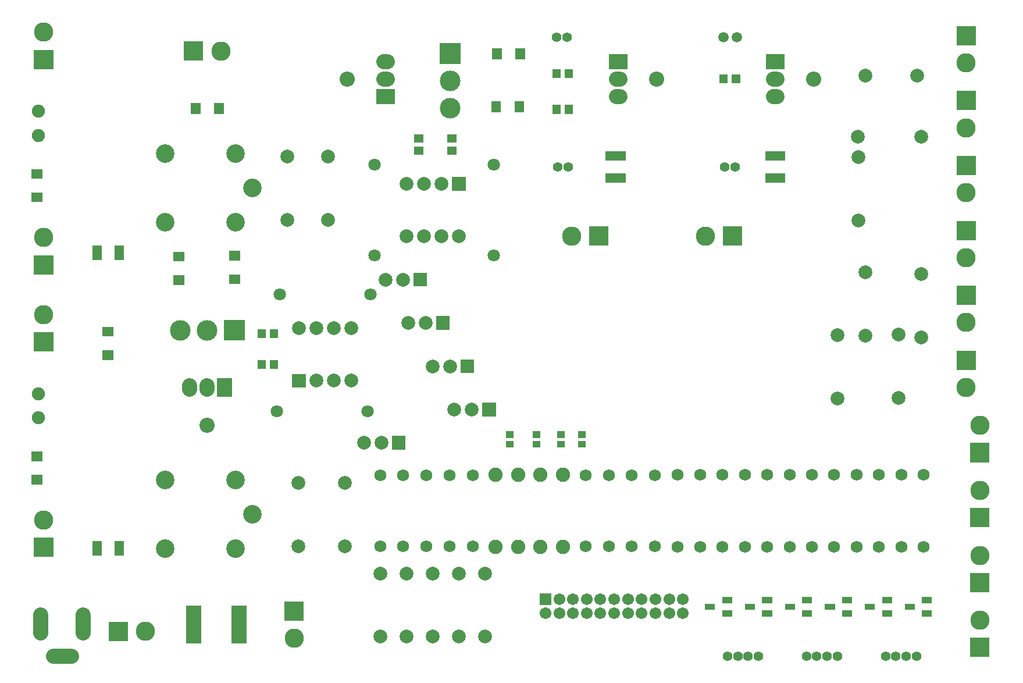
<source format=gts>
G04 Layer: TopSolderMaskLayer*
G04 EasyEDA v6.4.12, 2021-01-10T11:05:15--5:00*
G04 3145a8addab9457ba1f20b0dac4bbc5f,47ca9d6388974ffcabec7368213608ff,10*
G04 Gerber Generator version 0.2*
G04 Scale: 100 percent, Rotated: No, Reflected: No *
G04 Dimensions in inches *
G04 leading zeros omitted , absolute positions ,3 integer and 6 decimal *
%FSLAX36Y36*%
%MOIN*%

%ADD49C,0.0867*%
%ADD51C,0.0552*%
%ADD52C,0.0680*%
%ADD56C,0.0789*%
%ADD60C,0.1104*%
%ADD64C,0.0671*%
%ADD66C,0.0820*%
%ADD67C,0.0710*%
%ADD70C,0.1064*%
%ADD71C,0.0552*%
%ADD73C,0.0592*%
%ADD75C,0.1182*%
%ADD76C,0.0749*%

%LPD*%
D49*
X2150158Y3400599D02*
G01*
X2169841Y3400599D01*
X2150158Y3500599D02*
G01*
X2169841Y3500599D01*
X1137489Y1621446D02*
G01*
X1137489Y1641131D01*
X1037489Y1621446D02*
G01*
X1037489Y1641131D01*
X3502663Y3400610D02*
G01*
X3482978Y3400610D01*
X3502663Y3300610D02*
G01*
X3482978Y3300610D01*
X4402663Y3400610D02*
G01*
X4382978Y3400610D01*
X4402663Y3300610D02*
G01*
X4382978Y3300610D01*
X427040Y328701D02*
G01*
X427040Y226338D01*
X182959Y226338D02*
G01*
X182959Y328701D01*
X360120Y92469D02*
G01*
X257759Y92469D01*
G36*
X4906700Y358000D02*
G01*
X4906700Y393499D01*
X4963900Y393499D01*
X4963900Y358000D01*
G37*
G36*
X5005100Y395399D02*
G01*
X5005100Y430900D01*
X5062299Y430900D01*
X5062299Y395399D01*
G37*
G36*
X5005100Y320599D02*
G01*
X5005100Y356100D01*
X5062299Y356100D01*
X5062299Y320599D01*
G37*
G36*
X5135699Y358000D02*
G01*
X5135699Y393499D01*
X5192900Y393499D01*
X5192900Y358000D01*
G37*
G36*
X5234099Y395399D02*
G01*
X5234099Y430900D01*
X5291300Y430900D01*
X5291300Y395399D01*
G37*
G36*
X5234099Y320599D02*
G01*
X5234099Y356100D01*
X5291300Y356100D01*
X5291300Y320599D01*
G37*
D51*
G01*
X5202129Y93260D03*
G01*
X5143029Y93260D03*
G01*
X5083930Y93260D03*
G01*
X5024930Y93260D03*
D52*
G01*
X4987299Y719059D03*
G01*
X4987299Y1132449D03*
G01*
X4602969Y719059D03*
G01*
X4602969Y1132449D03*
G01*
X5115420Y719059D03*
G01*
X5115420Y1132449D03*
G01*
X5243530Y719070D03*
G01*
X5243530Y1132460D03*
G36*
X2106800Y3257199D02*
G01*
X2106800Y3344000D01*
X2213199Y3344000D01*
X2213199Y3257199D01*
G37*
G36*
X1194099Y1578099D02*
G01*
X1194099Y1684499D01*
X1280900Y1684499D01*
X1280900Y1578099D01*
G37*
D49*
G01*
X1940000Y3400599D03*
G01*
X1137479Y1416289D03*
G36*
X2540600Y2760599D02*
G01*
X2540600Y2839400D01*
X2619399Y2839400D01*
X2619399Y2760599D01*
G37*
D56*
G01*
X2480000Y2800000D03*
G01*
X2380000Y2800000D03*
G01*
X2280000Y2800000D03*
G01*
X2280000Y2500000D03*
G01*
X2380000Y2500000D03*
G01*
X2480000Y2500000D03*
G01*
X2580000Y2500000D03*
G36*
X1623100Y1631799D02*
G01*
X1623100Y1710700D01*
X1701899Y1710700D01*
X1701899Y1631799D01*
G37*
G01*
X1762489Y1671260D03*
G01*
X1862489Y1671260D03*
G01*
X1962489Y1671260D03*
G01*
X1962489Y1971260D03*
G01*
X1862489Y1971260D03*
G01*
X1762489Y1971260D03*
G01*
X1662489Y1971260D03*
G36*
X3439600Y3457199D02*
G01*
X3439600Y3544000D01*
X3546000Y3544000D01*
X3546000Y3457199D01*
G37*
G36*
X4339600Y3457199D02*
G01*
X4339600Y3544000D01*
X4446000Y3544000D01*
X4446000Y3457199D01*
G37*
G01*
X1596040Y2593899D03*
G01*
X1596040Y2956100D03*
G36*
X1042899Y3198400D02*
G01*
X1042899Y3261500D01*
X1098199Y3261500D01*
X1098199Y3198400D01*
G37*
G36*
X1176800Y3198400D02*
G01*
X1176800Y3261500D01*
X1231999Y3261500D01*
X1231999Y3198400D01*
G37*
G36*
X129299Y2694600D02*
G01*
X129299Y2749800D01*
X192500Y2749800D01*
X192500Y2694600D01*
G37*
G36*
X129299Y2828400D02*
G01*
X129299Y2883699D01*
X192500Y2883699D01*
X192500Y2828400D01*
G37*
G36*
X129299Y1076399D02*
G01*
X129299Y1131599D01*
X192500Y1131599D01*
X192500Y1076399D01*
G37*
G36*
X129299Y1210300D02*
G01*
X129299Y1265500D01*
X192500Y1265500D01*
X192500Y1210300D01*
G37*
G36*
X538000Y1790399D02*
G01*
X538000Y1845700D01*
X601100Y1845700D01*
X601100Y1790399D01*
G37*
G36*
X538000Y1924299D02*
G01*
X538000Y1979600D01*
X601100Y1979600D01*
X601100Y1924299D01*
G37*
G01*
X2278530Y567109D03*
G01*
X2278530Y204909D03*
G01*
X1831040Y2593899D03*
G01*
X1831040Y2956100D03*
G01*
X1661170Y723899D03*
G01*
X1661170Y1086100D03*
G01*
X1925000Y723899D03*
G01*
X1925000Y1086100D03*
G01*
X2578530Y567109D03*
G01*
X2578530Y204909D03*
G01*
X2728530Y567109D03*
G01*
X2728530Y204909D03*
G01*
X2128530Y567109D03*
G01*
X2128530Y204909D03*
G01*
X5098530Y1936399D03*
G01*
X5098530Y1574200D03*
G01*
X4748530Y1569659D03*
G01*
X4748530Y1931860D03*
G01*
X4908530Y2291860D03*
G01*
X4908530Y1929659D03*
G01*
X4868530Y2951860D03*
G01*
X4868530Y2589659D03*
G01*
X4867430Y3070760D03*
G01*
X5229629Y3070760D03*
G01*
X5228530Y2281399D03*
G01*
X5228530Y1919200D03*
G01*
X2428530Y567109D03*
G01*
X2428530Y204909D03*
G36*
X571900Y179400D02*
G01*
X571900Y289800D01*
X682199Y289800D01*
X682199Y179400D01*
G37*
D60*
G01*
X782960Y234600D03*
G36*
X1016700Y165300D02*
G01*
X1016700Y381900D01*
X1103400Y381900D01*
X1103400Y165300D01*
G37*
G36*
X1276599Y165300D02*
G01*
X1276599Y381900D01*
X1363299Y381900D01*
X1363299Y165300D01*
G37*
G36*
X3420699Y2805599D02*
G01*
X3420699Y2860799D01*
X3535000Y2860799D01*
X3535000Y2805599D01*
G37*
G36*
X3420699Y2931599D02*
G01*
X3420699Y2986799D01*
X3535000Y2986799D01*
X3535000Y2931599D01*
G37*
G36*
X4335699Y2805599D02*
G01*
X4335699Y2860799D01*
X4450000Y2860799D01*
X4450000Y2805599D01*
G37*
G36*
X4335699Y2931599D02*
G01*
X4335699Y2986799D01*
X4450000Y2986799D01*
X4450000Y2931599D01*
G37*
G36*
X478899Y2363600D02*
G01*
X478899Y2446399D01*
X534200Y2446399D01*
X534200Y2363600D01*
G37*
G36*
X604899Y2363600D02*
G01*
X604899Y2446399D01*
X660100Y2446399D01*
X660100Y2363600D01*
G37*
G36*
X478899Y668600D02*
G01*
X478899Y751399D01*
X534200Y751399D01*
X534200Y668600D01*
G37*
G36*
X604899Y668600D02*
G01*
X604899Y751399D01*
X660100Y751399D01*
X660100Y668600D01*
G37*
D64*
G01*
X3863710Y340630D03*
G01*
X3863710Y419369D03*
G01*
X3784970Y340630D03*
G01*
X3784970Y419369D03*
G01*
X3706229Y340630D03*
G01*
X3706229Y419369D03*
G01*
X3627489Y340630D03*
G01*
X3627489Y419369D03*
G01*
X3548750Y340630D03*
G01*
X3548750Y419369D03*
G01*
X3470010Y340630D03*
G01*
X3470010Y419369D03*
G01*
X3391270Y340630D03*
G01*
X3391270Y419369D03*
G01*
X3312529Y340630D03*
G01*
X3312529Y419369D03*
G01*
X3233789Y340630D03*
G01*
X3233789Y419369D03*
G01*
X3155050Y340630D03*
G01*
X3155050Y419369D03*
G01*
X3076310Y340630D03*
G36*
X3042799Y385799D02*
G01*
X3042799Y452899D01*
X3109799Y452899D01*
X3109799Y385799D01*
G37*
G36*
X4448699Y358000D02*
G01*
X4448699Y393499D01*
X4505900Y393499D01*
X4505900Y358000D01*
G37*
G36*
X4547100Y395399D02*
G01*
X4547100Y430900D01*
X4604300Y430900D01*
X4604300Y395399D01*
G37*
G36*
X4547100Y320599D02*
G01*
X4547100Y356100D01*
X4604300Y356100D01*
X4604300Y320599D01*
G37*
G36*
X4677700Y358000D02*
G01*
X4677700Y393499D01*
X4734899Y393499D01*
X4734899Y358000D01*
G37*
G36*
X4776099Y395399D02*
G01*
X4776099Y430900D01*
X4833299Y430900D01*
X4833299Y395399D01*
G37*
G36*
X4776099Y320599D02*
G01*
X4776099Y356100D01*
X4833299Y356100D01*
X4833299Y320599D01*
G37*
D51*
G01*
X4749629Y93260D03*
G01*
X4690529Y93260D03*
G01*
X4631430Y93260D03*
G01*
X4572430Y93260D03*
D52*
G01*
X4731080Y719059D03*
G01*
X4731080Y1132449D03*
G01*
X4859200Y719059D03*
G01*
X4859200Y1132449D03*
G01*
X3834309Y719059D03*
G01*
X3834309Y1132449D03*
G01*
X4474859Y719059D03*
G01*
X4474859Y1132449D03*
G36*
X3990699Y358000D02*
G01*
X3990699Y393499D01*
X4047899Y393499D01*
X4047899Y358000D01*
G37*
G36*
X4089099Y395399D02*
G01*
X4089099Y430900D01*
X4146300Y430900D01*
X4146300Y395399D01*
G37*
G36*
X4089099Y320599D02*
G01*
X4089099Y356100D01*
X4146300Y356100D01*
X4146300Y320599D01*
G37*
G36*
X4219700Y358000D02*
G01*
X4219700Y393499D01*
X4276899Y393499D01*
X4276899Y358000D01*
G37*
G36*
X4318100Y395399D02*
G01*
X4318100Y430900D01*
X4375299Y430900D01*
X4375299Y395399D01*
G37*
G36*
X4318100Y320599D02*
G01*
X4318100Y356100D01*
X4375299Y356100D01*
X4375299Y320599D01*
G37*
D51*
G01*
X4297129Y93260D03*
G01*
X4238029Y93260D03*
G01*
X4178930Y93260D03*
G01*
X4119930Y93260D03*
D52*
G01*
X3962420Y719059D03*
G01*
X3962420Y1132449D03*
G01*
X4218639Y719059D03*
G01*
X4218639Y1132449D03*
G01*
X4090529Y719059D03*
G01*
X4090529Y1132449D03*
G01*
X4346750Y719059D03*
G01*
X4346750Y1132449D03*
D66*
G01*
X3046869Y1132440D03*
G01*
X3046869Y719059D03*
G01*
X2918209Y1132440D03*
G01*
X2918209Y719059D03*
G01*
X3175529Y1132440D03*
G01*
X3175529Y719059D03*
G01*
X2789549Y1132440D03*
G01*
X2789549Y719059D03*
D67*
G01*
X2095000Y2390160D03*
G01*
X2095000Y2909839D03*
G01*
X2054840Y1495000D03*
G01*
X1535159Y1495000D03*
G36*
X4073699Y3375000D02*
G01*
X4073699Y3426300D01*
X4121099Y3426300D01*
X4121099Y3375000D01*
G37*
G36*
X4144600Y3375000D02*
G01*
X4144600Y3426300D01*
X4191899Y3426300D01*
X4191899Y3375000D01*
G37*
G36*
X3187100Y3405599D02*
G01*
X3187100Y3456900D01*
X3234399Y3456900D01*
X3234399Y3405599D01*
G37*
G36*
X3116199Y3405599D02*
G01*
X3116199Y3456900D01*
X3163599Y3456900D01*
X3163599Y3405599D01*
G37*
G36*
X3116199Y3200599D02*
G01*
X3116199Y3251900D01*
X3163599Y3251900D01*
X3163599Y3200599D01*
G37*
G36*
X3187100Y3200599D02*
G01*
X3187100Y3251900D01*
X3234399Y3251900D01*
X3234399Y3200599D01*
G37*
G36*
X1425900Y1739299D02*
G01*
X1425900Y1790700D01*
X1473299Y1790700D01*
X1473299Y1739299D01*
G37*
G36*
X1496800Y1739299D02*
G01*
X1496800Y1790700D01*
X1544099Y1790700D01*
X1544099Y1739299D01*
G37*
G36*
X1425900Y1914299D02*
G01*
X1425900Y1965700D01*
X1473299Y1965700D01*
X1473299Y1914299D01*
G37*
G36*
X1496800Y1914299D02*
G01*
X1496800Y1965700D01*
X1544099Y1965700D01*
X1544099Y1914299D01*
G37*
G36*
X2324300Y3036700D02*
G01*
X2324300Y3084099D01*
X2375699Y3084099D01*
X2375699Y3036700D01*
G37*
G36*
X2324300Y2965900D02*
G01*
X2324300Y3013200D01*
X2375699Y3013200D01*
X2375699Y2965900D01*
G37*
G36*
X2514300Y3036700D02*
G01*
X2514300Y3084099D01*
X2565699Y3084099D01*
X2565699Y3036700D01*
G37*
G36*
X2514300Y2965900D02*
G01*
X2514300Y3013200D01*
X2565699Y3013200D01*
X2565699Y2965900D01*
G37*
D70*
G01*
X897330Y2971849D03*
G01*
X897330Y2578150D03*
G01*
X1298930Y2578150D03*
G01*
X1298930Y2971849D03*
G01*
X1397330Y2775050D03*
G01*
X897330Y1101849D03*
G01*
X897330Y708150D03*
G01*
X1298930Y708150D03*
G01*
X1298930Y1101849D03*
G01*
X1397330Y905050D03*
D49*
G01*
X3712820Y3400599D03*
G01*
X4612820Y3400599D03*
G36*
X2319099Y2211300D02*
G01*
X2319099Y2290200D01*
X2398000Y2290200D01*
X2398000Y2211300D01*
G37*
D56*
G01*
X2258530Y2250760D03*
G01*
X2158530Y2250760D03*
G36*
X2449099Y1963000D02*
G01*
X2449099Y2041900D01*
X2528000Y2041900D01*
X2528000Y1963000D01*
G37*
G01*
X2388530Y2002420D03*
G01*
X2288530Y2002420D03*
G36*
X2589099Y1714699D02*
G01*
X2589099Y1793499D01*
X2668000Y1793499D01*
X2668000Y1714699D01*
G37*
G01*
X2528530Y1754090D03*
G01*
X2428530Y1754090D03*
G36*
X2714099Y1466300D02*
G01*
X2714099Y1545199D01*
X2793000Y1545199D01*
X2793000Y1466300D01*
G37*
G01*
X2653530Y1505760D03*
G01*
X2553530Y1505760D03*
G36*
X2195600Y1275599D02*
G01*
X2195600Y1354400D01*
X2274399Y1354400D01*
X2274399Y1275599D01*
G37*
G01*
X2135000Y1315000D03*
G01*
X2035000Y1315000D03*
D71*
G01*
X3199549Y3640000D03*
G01*
X3140450Y3640000D03*
G01*
X3147240Y2896170D03*
G01*
X3206340Y2896170D03*
G01*
X4104729Y2896170D03*
G01*
X4163829Y2896170D03*
G36*
X2848299Y1342800D02*
G01*
X2848299Y1382300D01*
X2891700Y1382300D01*
X2891700Y1342800D01*
G37*
G36*
X2848299Y1287699D02*
G01*
X2848299Y1327199D01*
X2891700Y1327199D01*
X2891700Y1287699D01*
G37*
G36*
X3263299Y1342800D02*
G01*
X3263299Y1382300D01*
X3306700Y1382300D01*
X3306700Y1342800D01*
G37*
G36*
X3263299Y1287699D02*
G01*
X3263299Y1327199D01*
X3306700Y1327199D01*
X3306700Y1287699D01*
G37*
G36*
X3003299Y1342800D02*
G01*
X3003299Y1382300D01*
X3046700Y1382300D01*
X3046700Y1342800D01*
G37*
G36*
X3003299Y1287699D02*
G01*
X3003299Y1327199D01*
X3046700Y1327199D01*
X3046700Y1287699D01*
G37*
G36*
X3143299Y1342800D02*
G01*
X3143299Y1382300D01*
X3186700Y1382300D01*
X3186700Y1342800D01*
G37*
G36*
X3143299Y1287699D02*
G01*
X3143299Y1327199D01*
X3186700Y1327199D01*
X3186700Y1287699D01*
G37*
D73*
G01*
X4174369Y3640000D03*
G01*
X4095630Y3640000D03*
D52*
G01*
X3703959Y723000D03*
G01*
X3703959Y1128519D03*
G01*
X3571360Y723000D03*
G01*
X3571360Y1128519D03*
G01*
X3438760Y723000D03*
G01*
X3438760Y1128519D03*
G01*
X3306170Y1128519D03*
G01*
X3306170Y723000D03*
G01*
X2261130Y1128519D03*
G01*
X2261130Y723000D03*
G01*
X2393720Y1128519D03*
G01*
X2393720Y723000D03*
G01*
X2526319Y723000D03*
G01*
X2526319Y1128519D03*
G01*
X2658919Y723000D03*
G01*
X2658919Y1128519D03*
G01*
X2128530Y723000D03*
G01*
X2128530Y1128519D03*
G36*
X1263400Y2359299D02*
G01*
X1263400Y2414600D01*
X1326599Y2414600D01*
X1326599Y2359299D01*
G37*
G36*
X1263400Y2225399D02*
G01*
X1263400Y2280700D01*
X1326599Y2280700D01*
X1326599Y2225399D01*
G37*
G36*
X943400Y2220399D02*
G01*
X943400Y2275700D01*
X1006599Y2275700D01*
X1006599Y2220399D01*
G37*
G36*
X943400Y2354299D02*
G01*
X943400Y2409600D01*
X1006599Y2409600D01*
X1006599Y2354299D01*
G37*
G36*
X2765399Y3208400D02*
G01*
X2765399Y3271599D01*
X2820699Y3271599D01*
X2820699Y3208400D01*
G37*
G36*
X2899300Y3208400D02*
G01*
X2899300Y3271599D01*
X2954600Y3271599D01*
X2954600Y3208400D01*
G37*
G36*
X2904300Y3513400D02*
G01*
X2904300Y3576599D01*
X2959600Y3576599D01*
X2959600Y3513400D01*
G37*
G36*
X2770399Y3513400D02*
G01*
X2770399Y3576599D01*
X2825699Y3576599D01*
X2825699Y3513400D01*
G37*
D67*
G01*
X1552659Y2166260D03*
G01*
X2072340Y2166260D03*
G01*
X2780000Y2909839D03*
G01*
X2780000Y2390160D03*
G36*
X3325600Y2444800D02*
G01*
X3325600Y2555200D01*
X3436000Y2555200D01*
X3436000Y2444800D01*
G37*
D60*
G01*
X3224859Y2500000D03*
G36*
X4092799Y2444800D02*
G01*
X4092799Y2555200D01*
X4203100Y2555200D01*
X4203100Y2444800D01*
G37*
G01*
X3992039Y2500000D03*
G36*
X1579799Y296799D02*
G01*
X1579799Y407199D01*
X1690200Y407199D01*
X1690200Y296799D01*
G37*
G01*
X1635000Y196069D03*
G36*
X5509799Y87600D02*
G01*
X5509799Y198000D01*
X5620200Y198000D01*
X5620200Y87600D01*
G37*
G01*
X5565000Y298719D03*
G36*
X5509799Y459699D02*
G01*
X5509799Y570100D01*
X5620200Y570100D01*
X5620200Y459699D01*
G37*
G01*
X5565000Y670839D03*
G36*
X5509799Y1204000D02*
G01*
X5509799Y1314299D01*
X5620200Y1314299D01*
X5620200Y1204000D01*
G37*
G01*
X5565000Y1415079D03*
G36*
X5509799Y831900D02*
G01*
X5509799Y942199D01*
X5620200Y942199D01*
X5620200Y831900D01*
G37*
G01*
X5565000Y1042950D03*
G36*
X5431899Y2477199D02*
G01*
X5431899Y2587500D01*
X5542200Y2587500D01*
X5542200Y2477199D01*
G37*
G01*
X5487049Y2376430D03*
G36*
X5431899Y2849299D02*
G01*
X5431899Y2959600D01*
X5542200Y2959600D01*
X5542200Y2849299D01*
G37*
G01*
X5487049Y2748550D03*
G36*
X5431899Y3221399D02*
G01*
X5431899Y3331799D01*
X5542200Y3331799D01*
X5542200Y3221399D01*
G37*
G01*
X5487049Y3120670D03*
G36*
X5431899Y3593499D02*
G01*
X5431899Y3703899D01*
X5542200Y3703899D01*
X5542200Y3593499D01*
G37*
G01*
X5487049Y3492800D03*
G36*
X5431899Y2105000D02*
G01*
X5431899Y2215399D01*
X5542200Y2215399D01*
X5542200Y2105000D01*
G37*
G01*
X5487049Y2004310D03*
G36*
X5431899Y1732899D02*
G01*
X5431899Y1843299D01*
X5542200Y1843299D01*
X5542200Y1732899D01*
G37*
G01*
X5487049Y1632190D03*
G36*
X2470900Y3486799D02*
G01*
X2470900Y3605000D01*
X2589099Y3605000D01*
X2589099Y3486799D01*
G37*
D75*
G01*
X2530000Y3389989D03*
G01*
X2530000Y3234090D03*
G36*
X1234300Y1900900D02*
G01*
X1234300Y2019099D01*
X1352500Y2019099D01*
X1352500Y1900900D01*
G37*
G01*
X1137470Y1960000D03*
G01*
X981570Y1960000D03*
D56*
G01*
X5208140Y3420760D03*
G01*
X4908930Y3420760D03*
G36*
X1003900Y3504800D02*
G01*
X1003900Y3615200D01*
X1114300Y3615200D01*
X1114300Y3504800D01*
G37*
D60*
G01*
X1214989Y3560010D03*
G36*
X144699Y2280000D02*
G01*
X144699Y2390399D01*
X255100Y2390399D01*
X255100Y2280000D01*
G37*
G01*
X199879Y2491109D03*
G36*
X144699Y661900D02*
G01*
X144699Y772199D01*
X255100Y772199D01*
X255100Y661900D01*
G37*
G01*
X199890Y872950D03*
G36*
X144699Y1838699D02*
G01*
X144699Y1949099D01*
X255100Y1949099D01*
X255100Y1838699D01*
G37*
G01*
X199879Y2049800D03*
D76*
G01*
X170749Y3077159D03*
G01*
X170749Y3214949D03*
G01*
X170749Y1459000D03*
G01*
X170749Y1596790D03*
G36*
X144699Y3456900D02*
G01*
X144699Y3567199D01*
X255100Y3567199D01*
X255100Y3456900D01*
G37*
D60*
G01*
X199879Y3667950D03*
M02*

</source>
